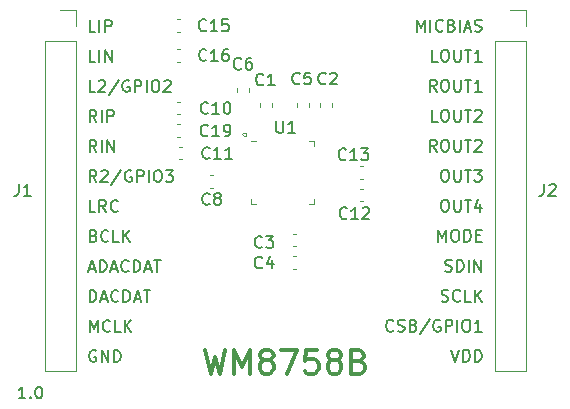
<source format=gto>
%TF.GenerationSoftware,KiCad,Pcbnew,(5.1.9-0-10_14)*%
%TF.CreationDate,2021-08-20T09:16:23+02:00*%
%TF.ProjectId,WM8758B_breakout,574d3837-3538-4425-9f62-7265616b6f75,rev?*%
%TF.SameCoordinates,Original*%
%TF.FileFunction,Legend,Top*%
%TF.FilePolarity,Positive*%
%FSLAX46Y46*%
G04 Gerber Fmt 4.6, Leading zero omitted, Abs format (unit mm)*
G04 Created by KiCad (PCBNEW (5.1.9-0-10_14)) date 2021-08-20 09:16:23*
%MOMM*%
%LPD*%
G01*
G04 APERTURE LIST*
%ADD10C,0.150000*%
%ADD11C,0.120000*%
%ADD12C,0.300000*%
%ADD13O,1.700000X1.700000*%
%ADD14R,1.700000X1.700000*%
%ADD15R,0.400000X0.200000*%
%ADD16R,0.200000X0.400000*%
%ADD17R,0.862500X0.862500*%
G04 APERTURE END LIST*
D10*
X131651428Y-124277380D02*
X131080000Y-124277380D01*
X131365714Y-124277380D02*
X131365714Y-123277380D01*
X131270476Y-123420238D01*
X131175238Y-123515476D01*
X131080000Y-123563095D01*
X132080000Y-124182142D02*
X132127619Y-124229761D01*
X132080000Y-124277380D01*
X132032380Y-124229761D01*
X132080000Y-124182142D01*
X132080000Y-124277380D01*
X132746666Y-123277380D02*
X132841904Y-123277380D01*
X132937142Y-123325000D01*
X132984761Y-123372619D01*
X133032380Y-123467857D01*
X133080000Y-123658333D01*
X133080000Y-123896428D01*
X133032380Y-124086904D01*
X132984761Y-124182142D01*
X132937142Y-124229761D01*
X132841904Y-124277380D01*
X132746666Y-124277380D01*
X132651428Y-124229761D01*
X132603809Y-124182142D01*
X132556190Y-124086904D01*
X132508571Y-123896428D01*
X132508571Y-123658333D01*
X132556190Y-123467857D01*
X132603809Y-123372619D01*
X132651428Y-123325000D01*
X132746666Y-123277380D01*
D11*
X150420605Y-101981000D02*
G75*
G03*
X150420605Y-101981000I-179605J0D01*
G01*
D12*
X146860476Y-120189761D02*
X147336666Y-122189761D01*
X147717619Y-120761190D01*
X148098571Y-122189761D01*
X148574761Y-120189761D01*
X149336666Y-122189761D02*
X149336666Y-120189761D01*
X150003333Y-121618333D01*
X150670000Y-120189761D01*
X150670000Y-122189761D01*
X151908095Y-121046904D02*
X151717619Y-120951666D01*
X151622380Y-120856428D01*
X151527142Y-120665952D01*
X151527142Y-120570714D01*
X151622380Y-120380238D01*
X151717619Y-120285000D01*
X151908095Y-120189761D01*
X152289047Y-120189761D01*
X152479523Y-120285000D01*
X152574761Y-120380238D01*
X152670000Y-120570714D01*
X152670000Y-120665952D01*
X152574761Y-120856428D01*
X152479523Y-120951666D01*
X152289047Y-121046904D01*
X151908095Y-121046904D01*
X151717619Y-121142142D01*
X151622380Y-121237380D01*
X151527142Y-121427857D01*
X151527142Y-121808809D01*
X151622380Y-121999285D01*
X151717619Y-122094523D01*
X151908095Y-122189761D01*
X152289047Y-122189761D01*
X152479523Y-122094523D01*
X152574761Y-121999285D01*
X152670000Y-121808809D01*
X152670000Y-121427857D01*
X152574761Y-121237380D01*
X152479523Y-121142142D01*
X152289047Y-121046904D01*
X153336666Y-120189761D02*
X154670000Y-120189761D01*
X153812857Y-122189761D01*
X156384285Y-120189761D02*
X155431904Y-120189761D01*
X155336666Y-121142142D01*
X155431904Y-121046904D01*
X155622380Y-120951666D01*
X156098571Y-120951666D01*
X156289047Y-121046904D01*
X156384285Y-121142142D01*
X156479523Y-121332619D01*
X156479523Y-121808809D01*
X156384285Y-121999285D01*
X156289047Y-122094523D01*
X156098571Y-122189761D01*
X155622380Y-122189761D01*
X155431904Y-122094523D01*
X155336666Y-121999285D01*
X157622380Y-121046904D02*
X157431904Y-120951666D01*
X157336666Y-120856428D01*
X157241428Y-120665952D01*
X157241428Y-120570714D01*
X157336666Y-120380238D01*
X157431904Y-120285000D01*
X157622380Y-120189761D01*
X158003333Y-120189761D01*
X158193809Y-120285000D01*
X158289047Y-120380238D01*
X158384285Y-120570714D01*
X158384285Y-120665952D01*
X158289047Y-120856428D01*
X158193809Y-120951666D01*
X158003333Y-121046904D01*
X157622380Y-121046904D01*
X157431904Y-121142142D01*
X157336666Y-121237380D01*
X157241428Y-121427857D01*
X157241428Y-121808809D01*
X157336666Y-121999285D01*
X157431904Y-122094523D01*
X157622380Y-122189761D01*
X158003333Y-122189761D01*
X158193809Y-122094523D01*
X158289047Y-121999285D01*
X158384285Y-121808809D01*
X158384285Y-121427857D01*
X158289047Y-121237380D01*
X158193809Y-121142142D01*
X158003333Y-121046904D01*
X159908095Y-121142142D02*
X160193809Y-121237380D01*
X160289047Y-121332619D01*
X160384285Y-121523095D01*
X160384285Y-121808809D01*
X160289047Y-121999285D01*
X160193809Y-122094523D01*
X160003333Y-122189761D01*
X159241428Y-122189761D01*
X159241428Y-120189761D01*
X159908095Y-120189761D01*
X160098571Y-120285000D01*
X160193809Y-120380238D01*
X160289047Y-120570714D01*
X160289047Y-120761190D01*
X160193809Y-120951666D01*
X160098571Y-121046904D01*
X159908095Y-121142142D01*
X159241428Y-121142142D01*
D10*
X164806595Y-93227081D02*
X164806595Y-92227081D01*
X165139928Y-92941367D01*
X165473262Y-92227081D01*
X165473262Y-93227081D01*
X165949452Y-93227081D02*
X165949452Y-92227081D01*
X166997071Y-93131843D02*
X166949452Y-93179462D01*
X166806595Y-93227081D01*
X166711357Y-93227081D01*
X166568500Y-93179462D01*
X166473262Y-93084224D01*
X166425642Y-92988986D01*
X166378023Y-92798510D01*
X166378023Y-92655653D01*
X166425642Y-92465177D01*
X166473262Y-92369939D01*
X166568500Y-92274701D01*
X166711357Y-92227081D01*
X166806595Y-92227081D01*
X166949452Y-92274701D01*
X166997071Y-92322320D01*
X167758976Y-92703272D02*
X167901833Y-92750891D01*
X167949452Y-92798510D01*
X167997071Y-92893748D01*
X167997071Y-93036605D01*
X167949452Y-93131843D01*
X167901833Y-93179462D01*
X167806595Y-93227081D01*
X167425642Y-93227081D01*
X167425642Y-92227081D01*
X167758976Y-92227081D01*
X167854214Y-92274701D01*
X167901833Y-92322320D01*
X167949452Y-92417558D01*
X167949452Y-92512796D01*
X167901833Y-92608034D01*
X167854214Y-92655653D01*
X167758976Y-92703272D01*
X167425642Y-92703272D01*
X168425642Y-93227081D02*
X168425642Y-92227081D01*
X168854214Y-92941367D02*
X169330404Y-92941367D01*
X168758976Y-93227081D02*
X169092309Y-92227081D01*
X169425642Y-93227081D01*
X169711357Y-93179462D02*
X169854214Y-93227081D01*
X170092309Y-93227081D01*
X170187547Y-93179462D01*
X170235166Y-93131843D01*
X170282785Y-93036605D01*
X170282785Y-92941367D01*
X170235166Y-92846129D01*
X170187547Y-92798510D01*
X170092309Y-92750891D01*
X169901833Y-92703272D01*
X169806595Y-92655653D01*
X169758976Y-92608034D01*
X169711357Y-92512796D01*
X169711357Y-92417558D01*
X169758976Y-92322320D01*
X169806595Y-92274701D01*
X169901833Y-92227081D01*
X170139928Y-92227081D01*
X170282785Y-92274701D01*
X166568500Y-95767081D02*
X166092309Y-95767081D01*
X166092309Y-94767081D01*
X167092309Y-94767081D02*
X167282785Y-94767081D01*
X167378023Y-94814701D01*
X167473262Y-94909939D01*
X167520881Y-95100415D01*
X167520881Y-95433748D01*
X167473262Y-95624224D01*
X167378023Y-95719462D01*
X167282785Y-95767081D01*
X167092309Y-95767081D01*
X166997071Y-95719462D01*
X166901833Y-95624224D01*
X166854214Y-95433748D01*
X166854214Y-95100415D01*
X166901833Y-94909939D01*
X166997071Y-94814701D01*
X167092309Y-94767081D01*
X167949452Y-94767081D02*
X167949452Y-95576605D01*
X167997071Y-95671843D01*
X168044690Y-95719462D01*
X168139928Y-95767081D01*
X168330404Y-95767081D01*
X168425642Y-95719462D01*
X168473262Y-95671843D01*
X168520881Y-95576605D01*
X168520881Y-94767081D01*
X168854214Y-94767081D02*
X169425642Y-94767081D01*
X169139928Y-95767081D02*
X169139928Y-94767081D01*
X170282785Y-95767081D02*
X169711357Y-95767081D01*
X169997071Y-95767081D02*
X169997071Y-94767081D01*
X169901833Y-94909939D01*
X169806595Y-95005177D01*
X169711357Y-95052796D01*
X166473262Y-98307081D02*
X166139928Y-97830891D01*
X165901833Y-98307081D02*
X165901833Y-97307081D01*
X166282785Y-97307081D01*
X166378023Y-97354701D01*
X166425642Y-97402320D01*
X166473262Y-97497558D01*
X166473262Y-97640415D01*
X166425642Y-97735653D01*
X166378023Y-97783272D01*
X166282785Y-97830891D01*
X165901833Y-97830891D01*
X167092309Y-97307081D02*
X167282785Y-97307081D01*
X167378023Y-97354701D01*
X167473262Y-97449939D01*
X167520881Y-97640415D01*
X167520881Y-97973748D01*
X167473262Y-98164224D01*
X167378023Y-98259462D01*
X167282785Y-98307081D01*
X167092309Y-98307081D01*
X166997071Y-98259462D01*
X166901833Y-98164224D01*
X166854214Y-97973748D01*
X166854214Y-97640415D01*
X166901833Y-97449939D01*
X166997071Y-97354701D01*
X167092309Y-97307081D01*
X167949452Y-97307081D02*
X167949452Y-98116605D01*
X167997071Y-98211843D01*
X168044690Y-98259462D01*
X168139928Y-98307081D01*
X168330404Y-98307081D01*
X168425642Y-98259462D01*
X168473262Y-98211843D01*
X168520881Y-98116605D01*
X168520881Y-97307081D01*
X168854214Y-97307081D02*
X169425642Y-97307081D01*
X169139928Y-98307081D02*
X169139928Y-97307081D01*
X170282785Y-98307081D02*
X169711357Y-98307081D01*
X169997071Y-98307081D02*
X169997071Y-97307081D01*
X169901833Y-97449939D01*
X169806595Y-97545177D01*
X169711357Y-97592796D01*
X166568500Y-100847081D02*
X166092309Y-100847081D01*
X166092309Y-99847081D01*
X167092309Y-99847081D02*
X167282785Y-99847081D01*
X167378023Y-99894701D01*
X167473262Y-99989939D01*
X167520881Y-100180415D01*
X167520881Y-100513748D01*
X167473262Y-100704224D01*
X167378023Y-100799462D01*
X167282785Y-100847081D01*
X167092309Y-100847081D01*
X166997071Y-100799462D01*
X166901833Y-100704224D01*
X166854214Y-100513748D01*
X166854214Y-100180415D01*
X166901833Y-99989939D01*
X166997071Y-99894701D01*
X167092309Y-99847081D01*
X167949452Y-99847081D02*
X167949452Y-100656605D01*
X167997071Y-100751843D01*
X168044690Y-100799462D01*
X168139928Y-100847081D01*
X168330404Y-100847081D01*
X168425642Y-100799462D01*
X168473262Y-100751843D01*
X168520881Y-100656605D01*
X168520881Y-99847081D01*
X168854214Y-99847081D02*
X169425642Y-99847081D01*
X169139928Y-100847081D02*
X169139928Y-99847081D01*
X169711357Y-99942320D02*
X169758976Y-99894701D01*
X169854214Y-99847081D01*
X170092309Y-99847081D01*
X170187547Y-99894701D01*
X170235166Y-99942320D01*
X170282785Y-100037558D01*
X170282785Y-100132796D01*
X170235166Y-100275653D01*
X169663738Y-100847081D01*
X170282785Y-100847081D01*
X166473262Y-103387081D02*
X166139928Y-102910891D01*
X165901833Y-103387081D02*
X165901833Y-102387081D01*
X166282785Y-102387081D01*
X166378023Y-102434701D01*
X166425642Y-102482320D01*
X166473262Y-102577558D01*
X166473262Y-102720415D01*
X166425642Y-102815653D01*
X166378023Y-102863272D01*
X166282785Y-102910891D01*
X165901833Y-102910891D01*
X167092309Y-102387081D02*
X167282785Y-102387081D01*
X167378023Y-102434701D01*
X167473262Y-102529939D01*
X167520881Y-102720415D01*
X167520881Y-103053748D01*
X167473262Y-103244224D01*
X167378023Y-103339462D01*
X167282785Y-103387081D01*
X167092309Y-103387081D01*
X166997071Y-103339462D01*
X166901833Y-103244224D01*
X166854214Y-103053748D01*
X166854214Y-102720415D01*
X166901833Y-102529939D01*
X166997071Y-102434701D01*
X167092309Y-102387081D01*
X167949452Y-102387081D02*
X167949452Y-103196605D01*
X167997071Y-103291843D01*
X168044690Y-103339462D01*
X168139928Y-103387081D01*
X168330404Y-103387081D01*
X168425642Y-103339462D01*
X168473262Y-103291843D01*
X168520881Y-103196605D01*
X168520881Y-102387081D01*
X168854214Y-102387081D02*
X169425642Y-102387081D01*
X169139928Y-103387081D02*
X169139928Y-102387081D01*
X169711357Y-102482320D02*
X169758976Y-102434701D01*
X169854214Y-102387081D01*
X170092309Y-102387081D01*
X170187547Y-102434701D01*
X170235166Y-102482320D01*
X170282785Y-102577558D01*
X170282785Y-102672796D01*
X170235166Y-102815653D01*
X169663738Y-103387081D01*
X170282785Y-103387081D01*
X167092309Y-104927081D02*
X167282785Y-104927081D01*
X167378023Y-104974701D01*
X167473262Y-105069939D01*
X167520881Y-105260415D01*
X167520881Y-105593748D01*
X167473262Y-105784224D01*
X167378023Y-105879462D01*
X167282785Y-105927081D01*
X167092309Y-105927081D01*
X166997071Y-105879462D01*
X166901833Y-105784224D01*
X166854214Y-105593748D01*
X166854214Y-105260415D01*
X166901833Y-105069939D01*
X166997071Y-104974701D01*
X167092309Y-104927081D01*
X167949452Y-104927081D02*
X167949452Y-105736605D01*
X167997071Y-105831843D01*
X168044690Y-105879462D01*
X168139928Y-105927081D01*
X168330404Y-105927081D01*
X168425642Y-105879462D01*
X168473262Y-105831843D01*
X168520881Y-105736605D01*
X168520881Y-104927081D01*
X168854214Y-104927081D02*
X169425642Y-104927081D01*
X169139928Y-105927081D02*
X169139928Y-104927081D01*
X169663738Y-104927081D02*
X170282785Y-104927081D01*
X169949452Y-105308034D01*
X170092309Y-105308034D01*
X170187547Y-105355653D01*
X170235166Y-105403272D01*
X170282785Y-105498510D01*
X170282785Y-105736605D01*
X170235166Y-105831843D01*
X170187547Y-105879462D01*
X170092309Y-105927081D01*
X169806595Y-105927081D01*
X169711357Y-105879462D01*
X169663738Y-105831843D01*
X167092309Y-107467081D02*
X167282785Y-107467081D01*
X167378023Y-107514701D01*
X167473262Y-107609939D01*
X167520881Y-107800415D01*
X167520881Y-108133748D01*
X167473262Y-108324224D01*
X167378023Y-108419462D01*
X167282785Y-108467081D01*
X167092309Y-108467081D01*
X166997071Y-108419462D01*
X166901833Y-108324224D01*
X166854214Y-108133748D01*
X166854214Y-107800415D01*
X166901833Y-107609939D01*
X166997071Y-107514701D01*
X167092309Y-107467081D01*
X167949452Y-107467081D02*
X167949452Y-108276605D01*
X167997071Y-108371843D01*
X168044690Y-108419462D01*
X168139928Y-108467081D01*
X168330404Y-108467081D01*
X168425642Y-108419462D01*
X168473262Y-108371843D01*
X168520881Y-108276605D01*
X168520881Y-107467081D01*
X168854214Y-107467081D02*
X169425642Y-107467081D01*
X169139928Y-108467081D02*
X169139928Y-107467081D01*
X170187547Y-107800415D02*
X170187547Y-108467081D01*
X169949452Y-107419462D02*
X169711357Y-108133748D01*
X170330404Y-108133748D01*
X166616119Y-111007081D02*
X166616119Y-110007081D01*
X166949452Y-110721367D01*
X167282785Y-110007081D01*
X167282785Y-111007081D01*
X167949452Y-110007081D02*
X168139928Y-110007081D01*
X168235166Y-110054701D01*
X168330404Y-110149939D01*
X168378023Y-110340415D01*
X168378023Y-110673748D01*
X168330404Y-110864224D01*
X168235166Y-110959462D01*
X168139928Y-111007081D01*
X167949452Y-111007081D01*
X167854214Y-110959462D01*
X167758976Y-110864224D01*
X167711357Y-110673748D01*
X167711357Y-110340415D01*
X167758976Y-110149939D01*
X167854214Y-110054701D01*
X167949452Y-110007081D01*
X168806595Y-111007081D02*
X168806595Y-110007081D01*
X169044690Y-110007081D01*
X169187547Y-110054701D01*
X169282785Y-110149939D01*
X169330404Y-110245177D01*
X169378023Y-110435653D01*
X169378023Y-110578510D01*
X169330404Y-110768986D01*
X169282785Y-110864224D01*
X169187547Y-110959462D01*
X169044690Y-111007081D01*
X168806595Y-111007081D01*
X169806595Y-110483272D02*
X170139928Y-110483272D01*
X170282785Y-111007081D02*
X169806595Y-111007081D01*
X169806595Y-110007081D01*
X170282785Y-110007081D01*
X167187547Y-113499462D02*
X167330404Y-113547081D01*
X167568500Y-113547081D01*
X167663738Y-113499462D01*
X167711357Y-113451843D01*
X167758976Y-113356605D01*
X167758976Y-113261367D01*
X167711357Y-113166129D01*
X167663738Y-113118510D01*
X167568500Y-113070891D01*
X167378023Y-113023272D01*
X167282785Y-112975653D01*
X167235166Y-112928034D01*
X167187547Y-112832796D01*
X167187547Y-112737558D01*
X167235166Y-112642320D01*
X167282785Y-112594701D01*
X167378023Y-112547081D01*
X167616119Y-112547081D01*
X167758976Y-112594701D01*
X168187547Y-113547081D02*
X168187547Y-112547081D01*
X168425642Y-112547081D01*
X168568500Y-112594701D01*
X168663738Y-112689939D01*
X168711357Y-112785177D01*
X168758976Y-112975653D01*
X168758976Y-113118510D01*
X168711357Y-113308986D01*
X168663738Y-113404224D01*
X168568500Y-113499462D01*
X168425642Y-113547081D01*
X168187547Y-113547081D01*
X169187547Y-113547081D02*
X169187547Y-112547081D01*
X169663738Y-113547081D02*
X169663738Y-112547081D01*
X170235166Y-113547081D01*
X170235166Y-112547081D01*
X166901833Y-116039462D02*
X167044690Y-116087081D01*
X167282785Y-116087081D01*
X167378023Y-116039462D01*
X167425642Y-115991843D01*
X167473262Y-115896605D01*
X167473262Y-115801367D01*
X167425642Y-115706129D01*
X167378023Y-115658510D01*
X167282785Y-115610891D01*
X167092309Y-115563272D01*
X166997071Y-115515653D01*
X166949452Y-115468034D01*
X166901833Y-115372796D01*
X166901833Y-115277558D01*
X166949452Y-115182320D01*
X166997071Y-115134701D01*
X167092309Y-115087081D01*
X167330404Y-115087081D01*
X167473262Y-115134701D01*
X168473262Y-115991843D02*
X168425642Y-116039462D01*
X168282785Y-116087081D01*
X168187547Y-116087081D01*
X168044690Y-116039462D01*
X167949452Y-115944224D01*
X167901833Y-115848986D01*
X167854214Y-115658510D01*
X167854214Y-115515653D01*
X167901833Y-115325177D01*
X167949452Y-115229939D01*
X168044690Y-115134701D01*
X168187547Y-115087081D01*
X168282785Y-115087081D01*
X168425642Y-115134701D01*
X168473262Y-115182320D01*
X169378023Y-116087081D02*
X168901833Y-116087081D01*
X168901833Y-115087081D01*
X169711357Y-116087081D02*
X169711357Y-115087081D01*
X170282785Y-116087081D02*
X169854214Y-115515653D01*
X170282785Y-115087081D02*
X169711357Y-115658510D01*
X162806595Y-118531843D02*
X162758976Y-118579462D01*
X162616119Y-118627081D01*
X162520881Y-118627081D01*
X162378023Y-118579462D01*
X162282785Y-118484224D01*
X162235166Y-118388986D01*
X162187547Y-118198510D01*
X162187547Y-118055653D01*
X162235166Y-117865177D01*
X162282785Y-117769939D01*
X162378023Y-117674701D01*
X162520881Y-117627081D01*
X162616119Y-117627081D01*
X162758976Y-117674701D01*
X162806595Y-117722320D01*
X163187547Y-118579462D02*
X163330404Y-118627081D01*
X163568500Y-118627081D01*
X163663738Y-118579462D01*
X163711357Y-118531843D01*
X163758976Y-118436605D01*
X163758976Y-118341367D01*
X163711357Y-118246129D01*
X163663738Y-118198510D01*
X163568500Y-118150891D01*
X163378023Y-118103272D01*
X163282785Y-118055653D01*
X163235166Y-118008034D01*
X163187547Y-117912796D01*
X163187547Y-117817558D01*
X163235166Y-117722320D01*
X163282785Y-117674701D01*
X163378023Y-117627081D01*
X163616119Y-117627081D01*
X163758976Y-117674701D01*
X164520881Y-118103272D02*
X164663738Y-118150891D01*
X164711357Y-118198510D01*
X164758976Y-118293748D01*
X164758976Y-118436605D01*
X164711357Y-118531843D01*
X164663738Y-118579462D01*
X164568500Y-118627081D01*
X164187547Y-118627081D01*
X164187547Y-117627081D01*
X164520881Y-117627081D01*
X164616119Y-117674701D01*
X164663738Y-117722320D01*
X164711357Y-117817558D01*
X164711357Y-117912796D01*
X164663738Y-118008034D01*
X164616119Y-118055653D01*
X164520881Y-118103272D01*
X164187547Y-118103272D01*
X165901833Y-117579462D02*
X165044690Y-118865177D01*
X166758976Y-117674701D02*
X166663738Y-117627081D01*
X166520881Y-117627081D01*
X166378023Y-117674701D01*
X166282785Y-117769939D01*
X166235166Y-117865177D01*
X166187547Y-118055653D01*
X166187547Y-118198510D01*
X166235166Y-118388986D01*
X166282785Y-118484224D01*
X166378023Y-118579462D01*
X166520881Y-118627081D01*
X166616119Y-118627081D01*
X166758976Y-118579462D01*
X166806595Y-118531843D01*
X166806595Y-118198510D01*
X166616119Y-118198510D01*
X167235166Y-118627081D02*
X167235166Y-117627081D01*
X167616119Y-117627081D01*
X167711357Y-117674701D01*
X167758976Y-117722320D01*
X167806595Y-117817558D01*
X167806595Y-117960415D01*
X167758976Y-118055653D01*
X167711357Y-118103272D01*
X167616119Y-118150891D01*
X167235166Y-118150891D01*
X168235166Y-118627081D02*
X168235166Y-117627081D01*
X168901833Y-117627081D02*
X169092309Y-117627081D01*
X169187547Y-117674701D01*
X169282785Y-117769939D01*
X169330404Y-117960415D01*
X169330404Y-118293748D01*
X169282785Y-118484224D01*
X169187547Y-118579462D01*
X169092309Y-118627081D01*
X168901833Y-118627081D01*
X168806595Y-118579462D01*
X168711357Y-118484224D01*
X168663738Y-118293748D01*
X168663738Y-117960415D01*
X168711357Y-117769939D01*
X168806595Y-117674701D01*
X168901833Y-117627081D01*
X170282785Y-118627081D02*
X169711357Y-118627081D01*
X169997071Y-118627081D02*
X169997071Y-117627081D01*
X169901833Y-117769939D01*
X169806595Y-117865177D01*
X169711357Y-117912796D01*
X167711357Y-120167081D02*
X168044690Y-121167081D01*
X168378023Y-120167081D01*
X168711357Y-121167081D02*
X168711357Y-120167081D01*
X168949452Y-120167081D01*
X169092309Y-120214701D01*
X169187547Y-120309939D01*
X169235166Y-120405177D01*
X169282785Y-120595653D01*
X169282785Y-120738510D01*
X169235166Y-120928986D01*
X169187547Y-121024224D01*
X169092309Y-121119462D01*
X168949452Y-121167081D01*
X168711357Y-121167081D01*
X169711357Y-121167081D02*
X169711357Y-120167081D01*
X169949452Y-120167081D01*
X170092309Y-120214701D01*
X170187547Y-120309939D01*
X170235166Y-120405177D01*
X170282785Y-120595653D01*
X170282785Y-120738510D01*
X170235166Y-120928986D01*
X170187547Y-121024224D01*
X170092309Y-121119462D01*
X169949452Y-121167081D01*
X169711357Y-121167081D01*
X137579784Y-93254329D02*
X137103594Y-93254329D01*
X137103594Y-92254329D01*
X137913118Y-93254329D02*
X137913118Y-92254329D01*
X138389308Y-93254329D02*
X138389308Y-92254329D01*
X138770260Y-92254329D01*
X138865499Y-92301949D01*
X138913118Y-92349568D01*
X138960737Y-92444806D01*
X138960737Y-92587663D01*
X138913118Y-92682901D01*
X138865499Y-92730520D01*
X138770260Y-92778139D01*
X138389308Y-92778139D01*
X137579784Y-95794329D02*
X137103594Y-95794329D01*
X137103594Y-94794329D01*
X137913118Y-95794329D02*
X137913118Y-94794329D01*
X138389308Y-95794329D02*
X138389308Y-94794329D01*
X138960737Y-95794329D01*
X138960737Y-94794329D01*
X137579784Y-98334329D02*
X137103594Y-98334329D01*
X137103594Y-97334329D01*
X137865499Y-97429568D02*
X137913118Y-97381949D01*
X138008356Y-97334329D01*
X138246451Y-97334329D01*
X138341689Y-97381949D01*
X138389308Y-97429568D01*
X138436927Y-97524806D01*
X138436927Y-97620044D01*
X138389308Y-97762901D01*
X137817879Y-98334329D01*
X138436927Y-98334329D01*
X139579784Y-97286710D02*
X138722641Y-98572425D01*
X140436927Y-97381949D02*
X140341689Y-97334329D01*
X140198832Y-97334329D01*
X140055975Y-97381949D01*
X139960737Y-97477187D01*
X139913118Y-97572425D01*
X139865499Y-97762901D01*
X139865499Y-97905758D01*
X139913118Y-98096234D01*
X139960737Y-98191472D01*
X140055975Y-98286710D01*
X140198832Y-98334329D01*
X140294070Y-98334329D01*
X140436927Y-98286710D01*
X140484546Y-98239091D01*
X140484546Y-97905758D01*
X140294070Y-97905758D01*
X140913118Y-98334329D02*
X140913118Y-97334329D01*
X141294070Y-97334329D01*
X141389308Y-97381949D01*
X141436927Y-97429568D01*
X141484546Y-97524806D01*
X141484546Y-97667663D01*
X141436927Y-97762901D01*
X141389308Y-97810520D01*
X141294070Y-97858139D01*
X140913118Y-97858139D01*
X141913118Y-98334329D02*
X141913118Y-97334329D01*
X142579784Y-97334329D02*
X142770260Y-97334329D01*
X142865499Y-97381949D01*
X142960737Y-97477187D01*
X143008356Y-97667663D01*
X143008356Y-98000996D01*
X142960737Y-98191472D01*
X142865499Y-98286710D01*
X142770260Y-98334329D01*
X142579784Y-98334329D01*
X142484546Y-98286710D01*
X142389308Y-98191472D01*
X142341689Y-98000996D01*
X142341689Y-97667663D01*
X142389308Y-97477187D01*
X142484546Y-97381949D01*
X142579784Y-97334329D01*
X143389308Y-97429568D02*
X143436927Y-97381949D01*
X143532165Y-97334329D01*
X143770260Y-97334329D01*
X143865499Y-97381949D01*
X143913118Y-97429568D01*
X143960737Y-97524806D01*
X143960737Y-97620044D01*
X143913118Y-97762901D01*
X143341689Y-98334329D01*
X143960737Y-98334329D01*
X137675022Y-100874329D02*
X137341689Y-100398139D01*
X137103594Y-100874329D02*
X137103594Y-99874329D01*
X137484546Y-99874329D01*
X137579784Y-99921949D01*
X137627403Y-99969568D01*
X137675022Y-100064806D01*
X137675022Y-100207663D01*
X137627403Y-100302901D01*
X137579784Y-100350520D01*
X137484546Y-100398139D01*
X137103594Y-100398139D01*
X138103594Y-100874329D02*
X138103594Y-99874329D01*
X138579784Y-100874329D02*
X138579784Y-99874329D01*
X138960737Y-99874329D01*
X139055975Y-99921949D01*
X139103594Y-99969568D01*
X139151213Y-100064806D01*
X139151213Y-100207663D01*
X139103594Y-100302901D01*
X139055975Y-100350520D01*
X138960737Y-100398139D01*
X138579784Y-100398139D01*
X137675022Y-103414329D02*
X137341689Y-102938139D01*
X137103594Y-103414329D02*
X137103594Y-102414329D01*
X137484546Y-102414329D01*
X137579784Y-102461949D01*
X137627403Y-102509568D01*
X137675022Y-102604806D01*
X137675022Y-102747663D01*
X137627403Y-102842901D01*
X137579784Y-102890520D01*
X137484546Y-102938139D01*
X137103594Y-102938139D01*
X138103594Y-103414329D02*
X138103594Y-102414329D01*
X138579784Y-103414329D02*
X138579784Y-102414329D01*
X139151213Y-103414329D01*
X139151213Y-102414329D01*
X137675022Y-105954329D02*
X137341689Y-105478139D01*
X137103594Y-105954329D02*
X137103594Y-104954329D01*
X137484546Y-104954329D01*
X137579784Y-105001949D01*
X137627403Y-105049568D01*
X137675022Y-105144806D01*
X137675022Y-105287663D01*
X137627403Y-105382901D01*
X137579784Y-105430520D01*
X137484546Y-105478139D01*
X137103594Y-105478139D01*
X138055975Y-105049568D02*
X138103594Y-105001949D01*
X138198832Y-104954329D01*
X138436927Y-104954329D01*
X138532165Y-105001949D01*
X138579784Y-105049568D01*
X138627403Y-105144806D01*
X138627403Y-105240044D01*
X138579784Y-105382901D01*
X138008356Y-105954329D01*
X138627403Y-105954329D01*
X139770260Y-104906710D02*
X138913118Y-106192425D01*
X140627403Y-105001949D02*
X140532165Y-104954329D01*
X140389308Y-104954329D01*
X140246451Y-105001949D01*
X140151213Y-105097187D01*
X140103594Y-105192425D01*
X140055975Y-105382901D01*
X140055975Y-105525758D01*
X140103594Y-105716234D01*
X140151213Y-105811472D01*
X140246451Y-105906710D01*
X140389308Y-105954329D01*
X140484546Y-105954329D01*
X140627403Y-105906710D01*
X140675022Y-105859091D01*
X140675022Y-105525758D01*
X140484546Y-105525758D01*
X141103594Y-105954329D02*
X141103594Y-104954329D01*
X141484546Y-104954329D01*
X141579784Y-105001949D01*
X141627403Y-105049568D01*
X141675022Y-105144806D01*
X141675022Y-105287663D01*
X141627403Y-105382901D01*
X141579784Y-105430520D01*
X141484546Y-105478139D01*
X141103594Y-105478139D01*
X142103594Y-105954329D02*
X142103594Y-104954329D01*
X142770260Y-104954329D02*
X142960737Y-104954329D01*
X143055975Y-105001949D01*
X143151213Y-105097187D01*
X143198832Y-105287663D01*
X143198832Y-105620996D01*
X143151213Y-105811472D01*
X143055975Y-105906710D01*
X142960737Y-105954329D01*
X142770260Y-105954329D01*
X142675022Y-105906710D01*
X142579784Y-105811472D01*
X142532165Y-105620996D01*
X142532165Y-105287663D01*
X142579784Y-105097187D01*
X142675022Y-105001949D01*
X142770260Y-104954329D01*
X143532165Y-104954329D02*
X144151213Y-104954329D01*
X143817879Y-105335282D01*
X143960737Y-105335282D01*
X144055975Y-105382901D01*
X144103594Y-105430520D01*
X144151213Y-105525758D01*
X144151213Y-105763853D01*
X144103594Y-105859091D01*
X144055975Y-105906710D01*
X143960737Y-105954329D01*
X143675022Y-105954329D01*
X143579784Y-105906710D01*
X143532165Y-105859091D01*
X137579784Y-108494329D02*
X137103594Y-108494329D01*
X137103594Y-107494329D01*
X138484546Y-108494329D02*
X138151213Y-108018139D01*
X137913118Y-108494329D02*
X137913118Y-107494329D01*
X138294070Y-107494329D01*
X138389308Y-107541949D01*
X138436927Y-107589568D01*
X138484546Y-107684806D01*
X138484546Y-107827663D01*
X138436927Y-107922901D01*
X138389308Y-107970520D01*
X138294070Y-108018139D01*
X137913118Y-108018139D01*
X139484546Y-108399091D02*
X139436927Y-108446710D01*
X139294070Y-108494329D01*
X139198832Y-108494329D01*
X139055975Y-108446710D01*
X138960737Y-108351472D01*
X138913118Y-108256234D01*
X138865499Y-108065758D01*
X138865499Y-107922901D01*
X138913118Y-107732425D01*
X138960737Y-107637187D01*
X139055975Y-107541949D01*
X139198832Y-107494329D01*
X139294070Y-107494329D01*
X139436927Y-107541949D01*
X139484546Y-107589568D01*
X137436927Y-110510520D02*
X137579784Y-110558139D01*
X137627403Y-110605758D01*
X137675022Y-110700996D01*
X137675022Y-110843853D01*
X137627403Y-110939091D01*
X137579784Y-110986710D01*
X137484546Y-111034329D01*
X137103594Y-111034329D01*
X137103594Y-110034329D01*
X137436927Y-110034329D01*
X137532165Y-110081949D01*
X137579784Y-110129568D01*
X137627403Y-110224806D01*
X137627403Y-110320044D01*
X137579784Y-110415282D01*
X137532165Y-110462901D01*
X137436927Y-110510520D01*
X137103594Y-110510520D01*
X138675022Y-110939091D02*
X138627403Y-110986710D01*
X138484546Y-111034329D01*
X138389308Y-111034329D01*
X138246451Y-110986710D01*
X138151213Y-110891472D01*
X138103594Y-110796234D01*
X138055975Y-110605758D01*
X138055975Y-110462901D01*
X138103594Y-110272425D01*
X138151213Y-110177187D01*
X138246451Y-110081949D01*
X138389308Y-110034329D01*
X138484546Y-110034329D01*
X138627403Y-110081949D01*
X138675022Y-110129568D01*
X139579784Y-111034329D02*
X139103594Y-111034329D01*
X139103594Y-110034329D01*
X139913118Y-111034329D02*
X139913118Y-110034329D01*
X140484546Y-111034329D02*
X140055975Y-110462901D01*
X140484546Y-110034329D02*
X139913118Y-110605758D01*
X137055975Y-113288615D02*
X137532165Y-113288615D01*
X136960737Y-113574329D02*
X137294070Y-112574329D01*
X137627403Y-113574329D01*
X137960737Y-113574329D02*
X137960737Y-112574329D01*
X138198832Y-112574329D01*
X138341689Y-112621949D01*
X138436927Y-112717187D01*
X138484546Y-112812425D01*
X138532165Y-113002901D01*
X138532165Y-113145758D01*
X138484546Y-113336234D01*
X138436927Y-113431472D01*
X138341689Y-113526710D01*
X138198832Y-113574329D01*
X137960737Y-113574329D01*
X138913118Y-113288615D02*
X139389308Y-113288615D01*
X138817879Y-113574329D02*
X139151213Y-112574329D01*
X139484546Y-113574329D01*
X140389308Y-113479091D02*
X140341689Y-113526710D01*
X140198832Y-113574329D01*
X140103594Y-113574329D01*
X139960737Y-113526710D01*
X139865499Y-113431472D01*
X139817879Y-113336234D01*
X139770260Y-113145758D01*
X139770260Y-113002901D01*
X139817879Y-112812425D01*
X139865499Y-112717187D01*
X139960737Y-112621949D01*
X140103594Y-112574329D01*
X140198832Y-112574329D01*
X140341689Y-112621949D01*
X140389308Y-112669568D01*
X140817879Y-113574329D02*
X140817879Y-112574329D01*
X141055975Y-112574329D01*
X141198832Y-112621949D01*
X141294070Y-112717187D01*
X141341689Y-112812425D01*
X141389308Y-113002901D01*
X141389308Y-113145758D01*
X141341689Y-113336234D01*
X141294070Y-113431472D01*
X141198832Y-113526710D01*
X141055975Y-113574329D01*
X140817879Y-113574329D01*
X141770260Y-113288615D02*
X142246451Y-113288615D01*
X141675022Y-113574329D02*
X142008356Y-112574329D01*
X142341689Y-113574329D01*
X142532165Y-112574329D02*
X143103594Y-112574329D01*
X142817879Y-113574329D02*
X142817879Y-112574329D01*
X137103594Y-116114329D02*
X137103594Y-115114329D01*
X137341689Y-115114329D01*
X137484546Y-115161949D01*
X137579784Y-115257187D01*
X137627403Y-115352425D01*
X137675022Y-115542901D01*
X137675022Y-115685758D01*
X137627403Y-115876234D01*
X137579784Y-115971472D01*
X137484546Y-116066710D01*
X137341689Y-116114329D01*
X137103594Y-116114329D01*
X138055975Y-115828615D02*
X138532165Y-115828615D01*
X137960737Y-116114329D02*
X138294070Y-115114329D01*
X138627403Y-116114329D01*
X139532165Y-116019091D02*
X139484546Y-116066710D01*
X139341689Y-116114329D01*
X139246451Y-116114329D01*
X139103594Y-116066710D01*
X139008356Y-115971472D01*
X138960737Y-115876234D01*
X138913118Y-115685758D01*
X138913118Y-115542901D01*
X138960737Y-115352425D01*
X139008356Y-115257187D01*
X139103594Y-115161949D01*
X139246451Y-115114329D01*
X139341689Y-115114329D01*
X139484546Y-115161949D01*
X139532165Y-115209568D01*
X139960737Y-116114329D02*
X139960737Y-115114329D01*
X140198832Y-115114329D01*
X140341689Y-115161949D01*
X140436927Y-115257187D01*
X140484546Y-115352425D01*
X140532165Y-115542901D01*
X140532165Y-115685758D01*
X140484546Y-115876234D01*
X140436927Y-115971472D01*
X140341689Y-116066710D01*
X140198832Y-116114329D01*
X139960737Y-116114329D01*
X140913118Y-115828615D02*
X141389308Y-115828615D01*
X140817879Y-116114329D02*
X141151213Y-115114329D01*
X141484546Y-116114329D01*
X141675022Y-115114329D02*
X142246451Y-115114329D01*
X141960737Y-116114329D02*
X141960737Y-115114329D01*
X137103594Y-118654329D02*
X137103594Y-117654329D01*
X137436927Y-118368615D01*
X137770260Y-117654329D01*
X137770260Y-118654329D01*
X138817879Y-118559091D02*
X138770260Y-118606710D01*
X138627403Y-118654329D01*
X138532165Y-118654329D01*
X138389308Y-118606710D01*
X138294070Y-118511472D01*
X138246451Y-118416234D01*
X138198832Y-118225758D01*
X138198832Y-118082901D01*
X138246451Y-117892425D01*
X138294070Y-117797187D01*
X138389308Y-117701949D01*
X138532165Y-117654329D01*
X138627403Y-117654329D01*
X138770260Y-117701949D01*
X138817879Y-117749568D01*
X139722641Y-118654329D02*
X139246451Y-118654329D01*
X139246451Y-117654329D01*
X140055975Y-118654329D02*
X140055975Y-117654329D01*
X140627403Y-118654329D02*
X140198832Y-118082901D01*
X140627403Y-117654329D02*
X140055975Y-118225758D01*
X137627403Y-120241949D02*
X137532165Y-120194329D01*
X137389308Y-120194329D01*
X137246451Y-120241949D01*
X137151213Y-120337187D01*
X137103594Y-120432425D01*
X137055975Y-120622901D01*
X137055975Y-120765758D01*
X137103594Y-120956234D01*
X137151213Y-121051472D01*
X137246451Y-121146710D01*
X137389308Y-121194329D01*
X137484546Y-121194329D01*
X137627403Y-121146710D01*
X137675022Y-121099091D01*
X137675022Y-120765758D01*
X137484546Y-120765758D01*
X138103594Y-121194329D02*
X138103594Y-120194329D01*
X138675022Y-121194329D01*
X138675022Y-120194329D01*
X139151213Y-121194329D02*
X139151213Y-120194329D01*
X139389308Y-120194329D01*
X139532165Y-120241949D01*
X139627403Y-120337187D01*
X139675022Y-120432425D01*
X139722641Y-120622901D01*
X139722641Y-120765758D01*
X139675022Y-120956234D01*
X139627403Y-121051472D01*
X139532165Y-121146710D01*
X139389308Y-121194329D01*
X139151213Y-121194329D01*
D11*
%TO.C,C19*%
X144499420Y-101090000D02*
X144780580Y-101090000D01*
X144499420Y-102110000D02*
X144780580Y-102110000D01*
%TO.C,C16*%
X144780580Y-95760000D02*
X144499420Y-95760000D01*
X144780580Y-94740000D02*
X144499420Y-94740000D01*
%TO.C,C15*%
X144780580Y-93220000D02*
X144499420Y-93220000D01*
X144780580Y-92200000D02*
X144499420Y-92200000D01*
%TO.C,C11*%
X144639420Y-102995000D02*
X144920580Y-102995000D01*
X144639420Y-104015000D02*
X144920580Y-104015000D01*
%TO.C,C1*%
X152529000Y-99581580D02*
X152529000Y-99300420D01*
X151509000Y-99581580D02*
X151509000Y-99300420D01*
%TO.C,C5*%
X155704000Y-99581580D02*
X155704000Y-99300420D01*
X154684000Y-99581580D02*
X154684000Y-99300420D01*
%TO.C,C2*%
X156589000Y-99581580D02*
X156589000Y-99300420D01*
X157609000Y-99581580D02*
X157609000Y-99300420D01*
%TO.C,C6*%
X149604000Y-98311580D02*
X149604000Y-98030420D01*
X150624000Y-98311580D02*
X150624000Y-98030420D01*
%TO.C,C13*%
X159993420Y-104646000D02*
X160274580Y-104646000D01*
X159993420Y-105666000D02*
X160274580Y-105666000D01*
%TO.C,C12*%
X160274580Y-106551000D02*
X159993420Y-106551000D01*
X160274580Y-107571000D02*
X159993420Y-107571000D01*
%TO.C,C3*%
X154278420Y-111381000D02*
X154559580Y-111381000D01*
X154278420Y-110361000D02*
X154559580Y-110361000D01*
%TO.C,C4*%
X154278420Y-112266000D02*
X154559580Y-112266000D01*
X154278420Y-113286000D02*
X154559580Y-113286000D01*
%TO.C,C10*%
X144780580Y-100205000D02*
X144499420Y-100205000D01*
X144780580Y-99185000D02*
X144499420Y-99185000D01*
%TO.C,C8*%
X147574580Y-105408000D02*
X147293420Y-105408000D01*
X147574580Y-106428000D02*
X147293420Y-106428000D01*
%TO.C,J1*%
X134620000Y-91380000D02*
X135950000Y-91380000D01*
X135950000Y-91380000D02*
X135950000Y-92710000D01*
X135950000Y-93980000D02*
X135950000Y-121980000D01*
X133290000Y-121980000D02*
X135950000Y-121980000D01*
X133290000Y-93980000D02*
X133290000Y-121980000D01*
X133290000Y-93980000D02*
X135950000Y-93980000D01*
%TO.C,J2*%
X171390000Y-93980000D02*
X174050000Y-93980000D01*
X171390000Y-93980000D02*
X171390000Y-121980000D01*
X171390000Y-121980000D02*
X174050000Y-121980000D01*
X174050000Y-93980000D02*
X174050000Y-121980000D01*
X174050000Y-91380000D02*
X174050000Y-92710000D01*
X172720000Y-91380000D02*
X174050000Y-91380000D01*
%TO.C,U1*%
X155688999Y-102506001D02*
X156088999Y-102506001D01*
X156088999Y-102506001D02*
X156088999Y-102906001D01*
X155688999Y-107806001D02*
X156088999Y-107806001D01*
X156088999Y-107806001D02*
X156088999Y-107406001D01*
X151188999Y-107806001D02*
X150788999Y-107806001D01*
X150788999Y-107806001D02*
X150788999Y-107406001D01*
X151188999Y-102506001D02*
X150738999Y-102506001D01*
%TO.C,C19*%
D10*
X147113651Y-102000959D02*
X147066032Y-102048578D01*
X146923175Y-102096197D01*
X146827937Y-102096197D01*
X146685080Y-102048578D01*
X146589842Y-101953340D01*
X146542223Y-101858102D01*
X146494604Y-101667626D01*
X146494604Y-101524769D01*
X146542223Y-101334293D01*
X146589842Y-101239055D01*
X146685080Y-101143817D01*
X146827937Y-101096197D01*
X146923175Y-101096197D01*
X147066032Y-101143817D01*
X147113651Y-101191436D01*
X148066032Y-102096197D02*
X147494604Y-102096197D01*
X147780318Y-102096197D02*
X147780318Y-101096197D01*
X147685080Y-101239055D01*
X147589842Y-101334293D01*
X147494604Y-101381912D01*
X148542223Y-102096197D02*
X148732699Y-102096197D01*
X148827937Y-102048578D01*
X148875556Y-102000959D01*
X148970794Y-101858102D01*
X149018413Y-101667626D01*
X149018413Y-101286674D01*
X148970794Y-101191436D01*
X148923175Y-101143817D01*
X148827937Y-101096197D01*
X148637461Y-101096197D01*
X148542223Y-101143817D01*
X148494604Y-101191436D01*
X148446985Y-101286674D01*
X148446985Y-101524769D01*
X148494604Y-101620007D01*
X148542223Y-101667626D01*
X148637461Y-101715245D01*
X148827937Y-101715245D01*
X148923175Y-101667626D01*
X148970794Y-101620007D01*
X149018413Y-101524769D01*
%TO.C,C16*%
X146978127Y-95616187D02*
X146930508Y-95663806D01*
X146787651Y-95711425D01*
X146692413Y-95711425D01*
X146549556Y-95663806D01*
X146454318Y-95568568D01*
X146406699Y-95473330D01*
X146359080Y-95282854D01*
X146359080Y-95139997D01*
X146406699Y-94949521D01*
X146454318Y-94854283D01*
X146549556Y-94759045D01*
X146692413Y-94711425D01*
X146787651Y-94711425D01*
X146930508Y-94759045D01*
X146978127Y-94806664D01*
X147930508Y-95711425D02*
X147359080Y-95711425D01*
X147644794Y-95711425D02*
X147644794Y-94711425D01*
X147549556Y-94854283D01*
X147454318Y-94949521D01*
X147359080Y-94997140D01*
X148787651Y-94711425D02*
X148597175Y-94711425D01*
X148501937Y-94759045D01*
X148454318Y-94806664D01*
X148359080Y-94949521D01*
X148311461Y-95139997D01*
X148311461Y-95520949D01*
X148359080Y-95616187D01*
X148406699Y-95663806D01*
X148501937Y-95711425D01*
X148692413Y-95711425D01*
X148787651Y-95663806D01*
X148835270Y-95616187D01*
X148882889Y-95520949D01*
X148882889Y-95282854D01*
X148835270Y-95187616D01*
X148787651Y-95139997D01*
X148692413Y-95092378D01*
X148501937Y-95092378D01*
X148406699Y-95139997D01*
X148359080Y-95187616D01*
X148311461Y-95282854D01*
%TO.C,C15*%
X146959242Y-93085644D02*
X146911623Y-93133263D01*
X146768766Y-93180882D01*
X146673528Y-93180882D01*
X146530671Y-93133263D01*
X146435433Y-93038025D01*
X146387814Y-92942787D01*
X146340195Y-92752311D01*
X146340195Y-92609454D01*
X146387814Y-92418978D01*
X146435433Y-92323740D01*
X146530671Y-92228502D01*
X146673528Y-92180882D01*
X146768766Y-92180882D01*
X146911623Y-92228502D01*
X146959242Y-92276121D01*
X147911623Y-93180882D02*
X147340195Y-93180882D01*
X147625909Y-93180882D02*
X147625909Y-92180882D01*
X147530671Y-92323740D01*
X147435433Y-92418978D01*
X147340195Y-92466597D01*
X148816385Y-92180882D02*
X148340195Y-92180882D01*
X148292576Y-92657073D01*
X148340195Y-92609454D01*
X148435433Y-92561835D01*
X148673528Y-92561835D01*
X148768766Y-92609454D01*
X148816385Y-92657073D01*
X148864004Y-92752311D01*
X148864004Y-92990406D01*
X148816385Y-93085644D01*
X148768766Y-93133263D01*
X148673528Y-93180882D01*
X148435433Y-93180882D01*
X148340195Y-93133263D01*
X148292576Y-93085644D01*
%TO.C,C11*%
X147253651Y-103905959D02*
X147206032Y-103953578D01*
X147063175Y-104001197D01*
X146967937Y-104001197D01*
X146825080Y-103953578D01*
X146729842Y-103858340D01*
X146682223Y-103763102D01*
X146634604Y-103572626D01*
X146634604Y-103429769D01*
X146682223Y-103239293D01*
X146729842Y-103144055D01*
X146825080Y-103048817D01*
X146967937Y-103001197D01*
X147063175Y-103001197D01*
X147206032Y-103048817D01*
X147253651Y-103096436D01*
X148206032Y-104001197D02*
X147634604Y-104001197D01*
X147920318Y-104001197D02*
X147920318Y-103001197D01*
X147825080Y-103144055D01*
X147729842Y-103239293D01*
X147634604Y-103286912D01*
X149158413Y-104001197D02*
X148586985Y-104001197D01*
X148872699Y-104001197D02*
X148872699Y-103001197D01*
X148777461Y-103144055D01*
X148682223Y-103239293D01*
X148586985Y-103286912D01*
%TO.C,C1*%
X151810372Y-97691374D02*
X151762753Y-97738993D01*
X151619896Y-97786612D01*
X151524658Y-97786612D01*
X151381800Y-97738993D01*
X151286562Y-97643755D01*
X151238943Y-97548517D01*
X151191324Y-97358041D01*
X151191324Y-97215184D01*
X151238943Y-97024708D01*
X151286562Y-96929470D01*
X151381800Y-96834232D01*
X151524658Y-96786612D01*
X151619896Y-96786612D01*
X151762753Y-96834232D01*
X151810372Y-96881851D01*
X152762753Y-97786612D02*
X152191324Y-97786612D01*
X152477039Y-97786612D02*
X152477039Y-96786612D01*
X152381800Y-96929470D01*
X152286562Y-97024708D01*
X152191324Y-97072327D01*
%TO.C,C5*%
X154887191Y-97603549D02*
X154839572Y-97651168D01*
X154696715Y-97698787D01*
X154601477Y-97698787D01*
X154458619Y-97651168D01*
X154363381Y-97555930D01*
X154315762Y-97460692D01*
X154268143Y-97270216D01*
X154268143Y-97127359D01*
X154315762Y-96936883D01*
X154363381Y-96841645D01*
X154458619Y-96746407D01*
X154601477Y-96698787D01*
X154696715Y-96698787D01*
X154839572Y-96746407D01*
X154887191Y-96794026D01*
X155791953Y-96698787D02*
X155315762Y-96698787D01*
X155268143Y-97174978D01*
X155315762Y-97127359D01*
X155411000Y-97079740D01*
X155649096Y-97079740D01*
X155744334Y-97127359D01*
X155791953Y-97174978D01*
X155839572Y-97270216D01*
X155839572Y-97508311D01*
X155791953Y-97603549D01*
X155744334Y-97651168D01*
X155649096Y-97698787D01*
X155411000Y-97698787D01*
X155315762Y-97651168D01*
X155268143Y-97603549D01*
%TO.C,C2*%
X157087071Y-97603549D02*
X157039452Y-97651168D01*
X156896595Y-97698787D01*
X156801357Y-97698787D01*
X156658499Y-97651168D01*
X156563261Y-97555930D01*
X156515642Y-97460692D01*
X156468023Y-97270216D01*
X156468023Y-97127359D01*
X156515642Y-96936883D01*
X156563261Y-96841645D01*
X156658499Y-96746407D01*
X156801357Y-96698787D01*
X156896595Y-96698787D01*
X157039452Y-96746407D01*
X157087071Y-96794026D01*
X157468023Y-96794026D02*
X157515642Y-96746407D01*
X157610880Y-96698787D01*
X157848976Y-96698787D01*
X157944214Y-96746407D01*
X157991833Y-96794026D01*
X158039452Y-96889264D01*
X158039452Y-96984502D01*
X157991833Y-97127359D01*
X157420404Y-97698787D01*
X158039452Y-97698787D01*
%TO.C,C6*%
X149928763Y-96341831D02*
X149881144Y-96389450D01*
X149738287Y-96437069D01*
X149643049Y-96437069D01*
X149500191Y-96389450D01*
X149404953Y-96294212D01*
X149357334Y-96198974D01*
X149309715Y-96008498D01*
X149309715Y-95865641D01*
X149357334Y-95675165D01*
X149404953Y-95579927D01*
X149500191Y-95484689D01*
X149643049Y-95437069D01*
X149738287Y-95437069D01*
X149881144Y-95484689D01*
X149928763Y-95532308D01*
X150785906Y-95437069D02*
X150595430Y-95437069D01*
X150500191Y-95484689D01*
X150452572Y-95532308D01*
X150357334Y-95675165D01*
X150309715Y-95865641D01*
X150309715Y-96246593D01*
X150357334Y-96341831D01*
X150404953Y-96389450D01*
X150500191Y-96437069D01*
X150690668Y-96437069D01*
X150785906Y-96389450D01*
X150833525Y-96341831D01*
X150881144Y-96246593D01*
X150881144Y-96008498D01*
X150833525Y-95913260D01*
X150785906Y-95865641D01*
X150690668Y-95818022D01*
X150500191Y-95818022D01*
X150404953Y-95865641D01*
X150357334Y-95913260D01*
X150309715Y-96008498D01*
%TO.C,C13*%
X158790844Y-104017706D02*
X158743225Y-104065325D01*
X158600368Y-104112944D01*
X158505130Y-104112944D01*
X158362273Y-104065325D01*
X158267035Y-103970087D01*
X158219416Y-103874849D01*
X158171797Y-103684373D01*
X158171797Y-103541516D01*
X158219416Y-103351040D01*
X158267035Y-103255802D01*
X158362273Y-103160564D01*
X158505130Y-103112944D01*
X158600368Y-103112944D01*
X158743225Y-103160564D01*
X158790844Y-103208183D01*
X159743225Y-104112944D02*
X159171797Y-104112944D01*
X159457511Y-104112944D02*
X159457511Y-103112944D01*
X159362273Y-103255802D01*
X159267035Y-103351040D01*
X159171797Y-103398659D01*
X160076559Y-103112944D02*
X160695606Y-103112944D01*
X160362273Y-103493897D01*
X160505130Y-103493897D01*
X160600368Y-103541516D01*
X160647987Y-103589135D01*
X160695606Y-103684373D01*
X160695606Y-103922468D01*
X160647987Y-104017706D01*
X160600368Y-104065325D01*
X160505130Y-104112944D01*
X160219416Y-104112944D01*
X160124178Y-104065325D01*
X160076559Y-104017706D01*
%TO.C,C12*%
X158870600Y-109002490D02*
X158822981Y-109050109D01*
X158680124Y-109097728D01*
X158584886Y-109097728D01*
X158442029Y-109050109D01*
X158346791Y-108954871D01*
X158299172Y-108859633D01*
X158251553Y-108669157D01*
X158251553Y-108526300D01*
X158299172Y-108335824D01*
X158346791Y-108240586D01*
X158442029Y-108145348D01*
X158584886Y-108097728D01*
X158680124Y-108097728D01*
X158822981Y-108145348D01*
X158870600Y-108192967D01*
X159822981Y-109097728D02*
X159251553Y-109097728D01*
X159537267Y-109097728D02*
X159537267Y-108097728D01*
X159442029Y-108240586D01*
X159346791Y-108335824D01*
X159251553Y-108383443D01*
X160203934Y-108192967D02*
X160251553Y-108145348D01*
X160346791Y-108097728D01*
X160584886Y-108097728D01*
X160680124Y-108145348D01*
X160727743Y-108192967D01*
X160775362Y-108288205D01*
X160775362Y-108383443D01*
X160727743Y-108526300D01*
X160156315Y-109097728D01*
X160775362Y-109097728D01*
%TO.C,C3*%
X151681268Y-111432524D02*
X151633649Y-111480143D01*
X151490792Y-111527762D01*
X151395554Y-111527762D01*
X151252696Y-111480143D01*
X151157458Y-111384905D01*
X151109839Y-111289667D01*
X151062220Y-111099191D01*
X151062220Y-110956334D01*
X151109839Y-110765858D01*
X151157458Y-110670620D01*
X151252696Y-110575382D01*
X151395554Y-110527762D01*
X151490792Y-110527762D01*
X151633649Y-110575382D01*
X151681268Y-110623001D01*
X152014601Y-110527762D02*
X152633649Y-110527762D01*
X152300315Y-110908715D01*
X152443173Y-110908715D01*
X152538411Y-110956334D01*
X152586030Y-111003953D01*
X152633649Y-111099191D01*
X152633649Y-111337286D01*
X152586030Y-111432524D01*
X152538411Y-111480143D01*
X152443173Y-111527762D01*
X152157458Y-111527762D01*
X152062220Y-111480143D01*
X152014601Y-111432524D01*
%TO.C,C4*%
X151706550Y-113176972D02*
X151658931Y-113224591D01*
X151516074Y-113272210D01*
X151420836Y-113272210D01*
X151277978Y-113224591D01*
X151182740Y-113129353D01*
X151135121Y-113034115D01*
X151087502Y-112843639D01*
X151087502Y-112700782D01*
X151135121Y-112510306D01*
X151182740Y-112415068D01*
X151277978Y-112319830D01*
X151420836Y-112272210D01*
X151516074Y-112272210D01*
X151658931Y-112319830D01*
X151706550Y-112367449D01*
X152563693Y-112605544D02*
X152563693Y-113272210D01*
X152325597Y-112224591D02*
X152087502Y-112938877D01*
X152706550Y-112938877D01*
%TO.C,C10*%
X147113651Y-100095959D02*
X147066032Y-100143578D01*
X146923175Y-100191197D01*
X146827937Y-100191197D01*
X146685080Y-100143578D01*
X146589842Y-100048340D01*
X146542223Y-99953102D01*
X146494604Y-99762626D01*
X146494604Y-99619769D01*
X146542223Y-99429293D01*
X146589842Y-99334055D01*
X146685080Y-99238817D01*
X146827937Y-99191197D01*
X146923175Y-99191197D01*
X147066032Y-99238817D01*
X147113651Y-99286436D01*
X148066032Y-100191197D02*
X147494604Y-100191197D01*
X147780318Y-100191197D02*
X147780318Y-99191197D01*
X147685080Y-99334055D01*
X147589842Y-99429293D01*
X147494604Y-99476912D01*
X148685080Y-99191197D02*
X148780318Y-99191197D01*
X148875556Y-99238817D01*
X148923175Y-99286436D01*
X148970794Y-99381674D01*
X149018413Y-99572150D01*
X149018413Y-99810245D01*
X148970794Y-100000721D01*
X148923175Y-100095959D01*
X148875556Y-100143578D01*
X148780318Y-100191197D01*
X148685080Y-100191197D01*
X148589842Y-100143578D01*
X148542223Y-100095959D01*
X148494604Y-100000721D01*
X148446985Y-99810245D01*
X148446985Y-99572150D01*
X148494604Y-99381674D01*
X148542223Y-99286436D01*
X148589842Y-99238817D01*
X148685080Y-99191197D01*
%TO.C,C8*%
X147255550Y-107802851D02*
X147207931Y-107850470D01*
X147065074Y-107898089D01*
X146969836Y-107898089D01*
X146826978Y-107850470D01*
X146731740Y-107755232D01*
X146684121Y-107659994D01*
X146636502Y-107469518D01*
X146636502Y-107326661D01*
X146684121Y-107136185D01*
X146731740Y-107040947D01*
X146826978Y-106945709D01*
X146969836Y-106898089D01*
X147065074Y-106898089D01*
X147207931Y-106945709D01*
X147255550Y-106993328D01*
X147826978Y-107326661D02*
X147731740Y-107279042D01*
X147684121Y-107231423D01*
X147636502Y-107136185D01*
X147636502Y-107088566D01*
X147684121Y-106993328D01*
X147731740Y-106945709D01*
X147826978Y-106898089D01*
X148017455Y-106898089D01*
X148112693Y-106945709D01*
X148160312Y-106993328D01*
X148207931Y-107088566D01*
X148207931Y-107136185D01*
X148160312Y-107231423D01*
X148112693Y-107279042D01*
X148017455Y-107326661D01*
X147826978Y-107326661D01*
X147731740Y-107374280D01*
X147684121Y-107421899D01*
X147636502Y-107517137D01*
X147636502Y-107707613D01*
X147684121Y-107802851D01*
X147731740Y-107850470D01*
X147826978Y-107898089D01*
X148017455Y-107898089D01*
X148112693Y-107850470D01*
X148160312Y-107802851D01*
X148207931Y-107707613D01*
X148207931Y-107517137D01*
X148160312Y-107421899D01*
X148112693Y-107374280D01*
X148017455Y-107326661D01*
%TO.C,J1*%
X131111666Y-106132380D02*
X131111666Y-106846666D01*
X131064047Y-106989523D01*
X130968809Y-107084761D01*
X130825952Y-107132380D01*
X130730714Y-107132380D01*
X132111666Y-107132380D02*
X131540238Y-107132380D01*
X131825952Y-107132380D02*
X131825952Y-106132380D01*
X131730714Y-106275238D01*
X131635476Y-106370476D01*
X131540238Y-106418095D01*
%TO.C,J2*%
X175561666Y-106132380D02*
X175561666Y-106846666D01*
X175514047Y-106989523D01*
X175418809Y-107084761D01*
X175275952Y-107132380D01*
X175180714Y-107132380D01*
X175990238Y-106227619D02*
X176037857Y-106180000D01*
X176133095Y-106132380D01*
X176371190Y-106132380D01*
X176466428Y-106180000D01*
X176514047Y-106227619D01*
X176561666Y-106322857D01*
X176561666Y-106418095D01*
X176514047Y-106560952D01*
X175942619Y-107132380D01*
X176561666Y-107132380D01*
%TO.C,U1*%
X152908095Y-100798380D02*
X152908095Y-101607904D01*
X152955714Y-101703142D01*
X153003333Y-101750761D01*
X153098571Y-101798380D01*
X153289047Y-101798380D01*
X153384285Y-101750761D01*
X153431904Y-101703142D01*
X153479523Y-101607904D01*
X153479523Y-100798380D01*
X154479523Y-101798380D02*
X153908095Y-101798380D01*
X154193809Y-101798380D02*
X154193809Y-100798380D01*
X154098571Y-100941238D01*
X154003333Y-101036476D01*
X153908095Y-101084095D01*
%TD*%
%LPC*%
%TO.C,C19*%
G36*
G01*
X144965000Y-101850000D02*
X144965000Y-101350000D01*
G75*
G02*
X145190000Y-101125000I225000J0D01*
G01*
X145640000Y-101125000D01*
G75*
G02*
X145865000Y-101350000I0J-225000D01*
G01*
X145865000Y-101850000D01*
G75*
G02*
X145640000Y-102075000I-225000J0D01*
G01*
X145190000Y-102075000D01*
G75*
G02*
X144965000Y-101850000I0J225000D01*
G01*
G37*
G36*
G01*
X143415000Y-101850000D02*
X143415000Y-101350000D01*
G75*
G02*
X143640000Y-101125000I225000J0D01*
G01*
X144090000Y-101125000D01*
G75*
G02*
X144315000Y-101350000I0J-225000D01*
G01*
X144315000Y-101850000D01*
G75*
G02*
X144090000Y-102075000I-225000J0D01*
G01*
X143640000Y-102075000D01*
G75*
G02*
X143415000Y-101850000I0J225000D01*
G01*
G37*
%TD*%
%TO.C,C16*%
G36*
G01*
X144315000Y-95000000D02*
X144315000Y-95500000D01*
G75*
G02*
X144090000Y-95725000I-225000J0D01*
G01*
X143640000Y-95725000D01*
G75*
G02*
X143415000Y-95500000I0J225000D01*
G01*
X143415000Y-95000000D01*
G75*
G02*
X143640000Y-94775000I225000J0D01*
G01*
X144090000Y-94775000D01*
G75*
G02*
X144315000Y-95000000I0J-225000D01*
G01*
G37*
G36*
G01*
X145865000Y-95000000D02*
X145865000Y-95500000D01*
G75*
G02*
X145640000Y-95725000I-225000J0D01*
G01*
X145190000Y-95725000D01*
G75*
G02*
X144965000Y-95500000I0J225000D01*
G01*
X144965000Y-95000000D01*
G75*
G02*
X145190000Y-94775000I225000J0D01*
G01*
X145640000Y-94775000D01*
G75*
G02*
X145865000Y-95000000I0J-225000D01*
G01*
G37*
%TD*%
%TO.C,C15*%
G36*
G01*
X144315000Y-92460000D02*
X144315000Y-92960000D01*
G75*
G02*
X144090000Y-93185000I-225000J0D01*
G01*
X143640000Y-93185000D01*
G75*
G02*
X143415000Y-92960000I0J225000D01*
G01*
X143415000Y-92460000D01*
G75*
G02*
X143640000Y-92235000I225000J0D01*
G01*
X144090000Y-92235000D01*
G75*
G02*
X144315000Y-92460000I0J-225000D01*
G01*
G37*
G36*
G01*
X145865000Y-92460000D02*
X145865000Y-92960000D01*
G75*
G02*
X145640000Y-93185000I-225000J0D01*
G01*
X145190000Y-93185000D01*
G75*
G02*
X144965000Y-92960000I0J225000D01*
G01*
X144965000Y-92460000D01*
G75*
G02*
X145190000Y-92235000I225000J0D01*
G01*
X145640000Y-92235000D01*
G75*
G02*
X145865000Y-92460000I0J-225000D01*
G01*
G37*
%TD*%
%TO.C,C11*%
G36*
G01*
X145105000Y-103755000D02*
X145105000Y-103255000D01*
G75*
G02*
X145330000Y-103030000I225000J0D01*
G01*
X145780000Y-103030000D01*
G75*
G02*
X146005000Y-103255000I0J-225000D01*
G01*
X146005000Y-103755000D01*
G75*
G02*
X145780000Y-103980000I-225000J0D01*
G01*
X145330000Y-103980000D01*
G75*
G02*
X145105000Y-103755000I0J225000D01*
G01*
G37*
G36*
G01*
X143555000Y-103755000D02*
X143555000Y-103255000D01*
G75*
G02*
X143780000Y-103030000I225000J0D01*
G01*
X144230000Y-103030000D01*
G75*
G02*
X144455000Y-103255000I0J-225000D01*
G01*
X144455000Y-103755000D01*
G75*
G02*
X144230000Y-103980000I-225000J0D01*
G01*
X143780000Y-103980000D01*
G75*
G02*
X143555000Y-103755000I0J225000D01*
G01*
G37*
%TD*%
%TO.C,C1*%
G36*
G01*
X152269000Y-99116000D02*
X151769000Y-99116000D01*
G75*
G02*
X151544000Y-98891000I0J225000D01*
G01*
X151544000Y-98441000D01*
G75*
G02*
X151769000Y-98216000I225000J0D01*
G01*
X152269000Y-98216000D01*
G75*
G02*
X152494000Y-98441000I0J-225000D01*
G01*
X152494000Y-98891000D01*
G75*
G02*
X152269000Y-99116000I-225000J0D01*
G01*
G37*
G36*
G01*
X152269000Y-100666000D02*
X151769000Y-100666000D01*
G75*
G02*
X151544000Y-100441000I0J225000D01*
G01*
X151544000Y-99991000D01*
G75*
G02*
X151769000Y-99766000I225000J0D01*
G01*
X152269000Y-99766000D01*
G75*
G02*
X152494000Y-99991000I0J-225000D01*
G01*
X152494000Y-100441000D01*
G75*
G02*
X152269000Y-100666000I-225000J0D01*
G01*
G37*
%TD*%
%TO.C,C5*%
G36*
G01*
X155444000Y-99116000D02*
X154944000Y-99116000D01*
G75*
G02*
X154719000Y-98891000I0J225000D01*
G01*
X154719000Y-98441000D01*
G75*
G02*
X154944000Y-98216000I225000J0D01*
G01*
X155444000Y-98216000D01*
G75*
G02*
X155669000Y-98441000I0J-225000D01*
G01*
X155669000Y-98891000D01*
G75*
G02*
X155444000Y-99116000I-225000J0D01*
G01*
G37*
G36*
G01*
X155444000Y-100666000D02*
X154944000Y-100666000D01*
G75*
G02*
X154719000Y-100441000I0J225000D01*
G01*
X154719000Y-99991000D01*
G75*
G02*
X154944000Y-99766000I225000J0D01*
G01*
X155444000Y-99766000D01*
G75*
G02*
X155669000Y-99991000I0J-225000D01*
G01*
X155669000Y-100441000D01*
G75*
G02*
X155444000Y-100666000I-225000J0D01*
G01*
G37*
%TD*%
%TO.C,C2*%
G36*
G01*
X157349000Y-100666000D02*
X156849000Y-100666000D01*
G75*
G02*
X156624000Y-100441000I0J225000D01*
G01*
X156624000Y-99991000D01*
G75*
G02*
X156849000Y-99766000I225000J0D01*
G01*
X157349000Y-99766000D01*
G75*
G02*
X157574000Y-99991000I0J-225000D01*
G01*
X157574000Y-100441000D01*
G75*
G02*
X157349000Y-100666000I-225000J0D01*
G01*
G37*
G36*
G01*
X157349000Y-99116000D02*
X156849000Y-99116000D01*
G75*
G02*
X156624000Y-98891000I0J225000D01*
G01*
X156624000Y-98441000D01*
G75*
G02*
X156849000Y-98216000I225000J0D01*
G01*
X157349000Y-98216000D01*
G75*
G02*
X157574000Y-98441000I0J-225000D01*
G01*
X157574000Y-98891000D01*
G75*
G02*
X157349000Y-99116000I-225000J0D01*
G01*
G37*
%TD*%
%TO.C,C6*%
G36*
G01*
X150364000Y-99396000D02*
X149864000Y-99396000D01*
G75*
G02*
X149639000Y-99171000I0J225000D01*
G01*
X149639000Y-98721000D01*
G75*
G02*
X149864000Y-98496000I225000J0D01*
G01*
X150364000Y-98496000D01*
G75*
G02*
X150589000Y-98721000I0J-225000D01*
G01*
X150589000Y-99171000D01*
G75*
G02*
X150364000Y-99396000I-225000J0D01*
G01*
G37*
G36*
G01*
X150364000Y-97846000D02*
X149864000Y-97846000D01*
G75*
G02*
X149639000Y-97621000I0J225000D01*
G01*
X149639000Y-97171000D01*
G75*
G02*
X149864000Y-96946000I225000J0D01*
G01*
X150364000Y-96946000D01*
G75*
G02*
X150589000Y-97171000I0J-225000D01*
G01*
X150589000Y-97621000D01*
G75*
G02*
X150364000Y-97846000I-225000J0D01*
G01*
G37*
%TD*%
%TO.C,C13*%
G36*
G01*
X158909000Y-105406000D02*
X158909000Y-104906000D01*
G75*
G02*
X159134000Y-104681000I225000J0D01*
G01*
X159584000Y-104681000D01*
G75*
G02*
X159809000Y-104906000I0J-225000D01*
G01*
X159809000Y-105406000D01*
G75*
G02*
X159584000Y-105631000I-225000J0D01*
G01*
X159134000Y-105631000D01*
G75*
G02*
X158909000Y-105406000I0J225000D01*
G01*
G37*
G36*
G01*
X160459000Y-105406000D02*
X160459000Y-104906000D01*
G75*
G02*
X160684000Y-104681000I225000J0D01*
G01*
X161134000Y-104681000D01*
G75*
G02*
X161359000Y-104906000I0J-225000D01*
G01*
X161359000Y-105406000D01*
G75*
G02*
X161134000Y-105631000I-225000J0D01*
G01*
X160684000Y-105631000D01*
G75*
G02*
X160459000Y-105406000I0J225000D01*
G01*
G37*
%TD*%
%TO.C,C12*%
G36*
G01*
X159809000Y-106811000D02*
X159809000Y-107311000D01*
G75*
G02*
X159584000Y-107536000I-225000J0D01*
G01*
X159134000Y-107536000D01*
G75*
G02*
X158909000Y-107311000I0J225000D01*
G01*
X158909000Y-106811000D01*
G75*
G02*
X159134000Y-106586000I225000J0D01*
G01*
X159584000Y-106586000D01*
G75*
G02*
X159809000Y-106811000I0J-225000D01*
G01*
G37*
G36*
G01*
X161359000Y-106811000D02*
X161359000Y-107311000D01*
G75*
G02*
X161134000Y-107536000I-225000J0D01*
G01*
X160684000Y-107536000D01*
G75*
G02*
X160459000Y-107311000I0J225000D01*
G01*
X160459000Y-106811000D01*
G75*
G02*
X160684000Y-106586000I225000J0D01*
G01*
X161134000Y-106586000D01*
G75*
G02*
X161359000Y-106811000I0J-225000D01*
G01*
G37*
%TD*%
%TO.C,C3*%
G36*
G01*
X154744000Y-111121000D02*
X154744000Y-110621000D01*
G75*
G02*
X154969000Y-110396000I225000J0D01*
G01*
X155419000Y-110396000D01*
G75*
G02*
X155644000Y-110621000I0J-225000D01*
G01*
X155644000Y-111121000D01*
G75*
G02*
X155419000Y-111346000I-225000J0D01*
G01*
X154969000Y-111346000D01*
G75*
G02*
X154744000Y-111121000I0J225000D01*
G01*
G37*
G36*
G01*
X153194000Y-111121000D02*
X153194000Y-110621000D01*
G75*
G02*
X153419000Y-110396000I225000J0D01*
G01*
X153869000Y-110396000D01*
G75*
G02*
X154094000Y-110621000I0J-225000D01*
G01*
X154094000Y-111121000D01*
G75*
G02*
X153869000Y-111346000I-225000J0D01*
G01*
X153419000Y-111346000D01*
G75*
G02*
X153194000Y-111121000I0J225000D01*
G01*
G37*
%TD*%
%TO.C,C4*%
G36*
G01*
X153194000Y-113026000D02*
X153194000Y-112526000D01*
G75*
G02*
X153419000Y-112301000I225000J0D01*
G01*
X153869000Y-112301000D01*
G75*
G02*
X154094000Y-112526000I0J-225000D01*
G01*
X154094000Y-113026000D01*
G75*
G02*
X153869000Y-113251000I-225000J0D01*
G01*
X153419000Y-113251000D01*
G75*
G02*
X153194000Y-113026000I0J225000D01*
G01*
G37*
G36*
G01*
X154744000Y-113026000D02*
X154744000Y-112526000D01*
G75*
G02*
X154969000Y-112301000I225000J0D01*
G01*
X155419000Y-112301000D01*
G75*
G02*
X155644000Y-112526000I0J-225000D01*
G01*
X155644000Y-113026000D01*
G75*
G02*
X155419000Y-113251000I-225000J0D01*
G01*
X154969000Y-113251000D01*
G75*
G02*
X154744000Y-113026000I0J225000D01*
G01*
G37*
%TD*%
%TO.C,C10*%
G36*
G01*
X145865000Y-99445000D02*
X145865000Y-99945000D01*
G75*
G02*
X145640000Y-100170000I-225000J0D01*
G01*
X145190000Y-100170000D01*
G75*
G02*
X144965000Y-99945000I0J225000D01*
G01*
X144965000Y-99445000D01*
G75*
G02*
X145190000Y-99220000I225000J0D01*
G01*
X145640000Y-99220000D01*
G75*
G02*
X145865000Y-99445000I0J-225000D01*
G01*
G37*
G36*
G01*
X144315000Y-99445000D02*
X144315000Y-99945000D01*
G75*
G02*
X144090000Y-100170000I-225000J0D01*
G01*
X143640000Y-100170000D01*
G75*
G02*
X143415000Y-99945000I0J225000D01*
G01*
X143415000Y-99445000D01*
G75*
G02*
X143640000Y-99220000I225000J0D01*
G01*
X144090000Y-99220000D01*
G75*
G02*
X144315000Y-99445000I0J-225000D01*
G01*
G37*
%TD*%
%TO.C,C8*%
G36*
G01*
X147109000Y-105668000D02*
X147109000Y-106168000D01*
G75*
G02*
X146884000Y-106393000I-225000J0D01*
G01*
X146434000Y-106393000D01*
G75*
G02*
X146209000Y-106168000I0J225000D01*
G01*
X146209000Y-105668000D01*
G75*
G02*
X146434000Y-105443000I225000J0D01*
G01*
X146884000Y-105443000D01*
G75*
G02*
X147109000Y-105668000I0J-225000D01*
G01*
G37*
G36*
G01*
X148659000Y-105668000D02*
X148659000Y-106168000D01*
G75*
G02*
X148434000Y-106393000I-225000J0D01*
G01*
X147984000Y-106393000D01*
G75*
G02*
X147759000Y-106168000I0J225000D01*
G01*
X147759000Y-105668000D01*
G75*
G02*
X147984000Y-105443000I225000J0D01*
G01*
X148434000Y-105443000D01*
G75*
G02*
X148659000Y-105668000I0J-225000D01*
G01*
G37*
%TD*%
D13*
%TO.C,J1*%
X134620000Y-120650000D03*
X134620000Y-118110000D03*
X134620000Y-115570000D03*
X134620000Y-113030000D03*
X134620000Y-110490000D03*
X134620000Y-107950000D03*
X134620000Y-105410000D03*
X134620000Y-102870000D03*
X134620000Y-100330000D03*
X134620000Y-97790000D03*
X134620000Y-95250000D03*
D14*
X134620000Y-92710000D03*
%TD*%
%TO.C,J2*%
X172720000Y-92710000D03*
D13*
X172720000Y-95250000D03*
X172720000Y-97790000D03*
X172720000Y-100330000D03*
X172720000Y-102870000D03*
X172720000Y-105410000D03*
X172720000Y-107950000D03*
X172720000Y-110490000D03*
X172720000Y-113030000D03*
X172720000Y-115570000D03*
X172720000Y-118110000D03*
X172720000Y-120650000D03*
%TD*%
D15*
%TO.C,U1*%
X151138999Y-103406001D03*
X151138999Y-103906001D03*
X151138999Y-104406001D03*
X151138999Y-104906001D03*
X151138999Y-105406001D03*
X151138999Y-105906001D03*
X151138999Y-106406001D03*
X151138999Y-106906001D03*
D16*
X151688999Y-107456001D03*
X152188999Y-107456001D03*
X152688999Y-107456001D03*
X153188999Y-107456001D03*
X153688999Y-107456001D03*
X154188999Y-107456001D03*
X154688999Y-107456001D03*
X155188999Y-107456001D03*
D15*
X155738999Y-106906001D03*
X155738999Y-106406001D03*
X155738999Y-105906001D03*
X155738999Y-105406001D03*
X155738999Y-104906001D03*
X155738999Y-104406001D03*
X155738999Y-103906001D03*
X155738999Y-103406001D03*
D16*
X155188999Y-102856001D03*
X154688999Y-102856001D03*
X154188999Y-102856001D03*
X153688999Y-102856001D03*
X153188999Y-102856001D03*
X152688999Y-102856001D03*
X152188999Y-102856001D03*
X151688999Y-102856001D03*
D17*
X152145249Y-103862251D03*
X152145249Y-104724751D03*
X152145249Y-105587251D03*
X152145249Y-106449751D03*
X153007749Y-103862251D03*
X153007749Y-104724751D03*
X153007749Y-105587251D03*
X153007749Y-106449751D03*
X153870249Y-103862251D03*
X153870249Y-104724751D03*
X153870249Y-105587251D03*
X153870249Y-106449751D03*
X154732749Y-103862251D03*
X154732749Y-104724751D03*
X154732749Y-105587251D03*
X154732749Y-106449751D03*
%TD*%
M02*

</source>
